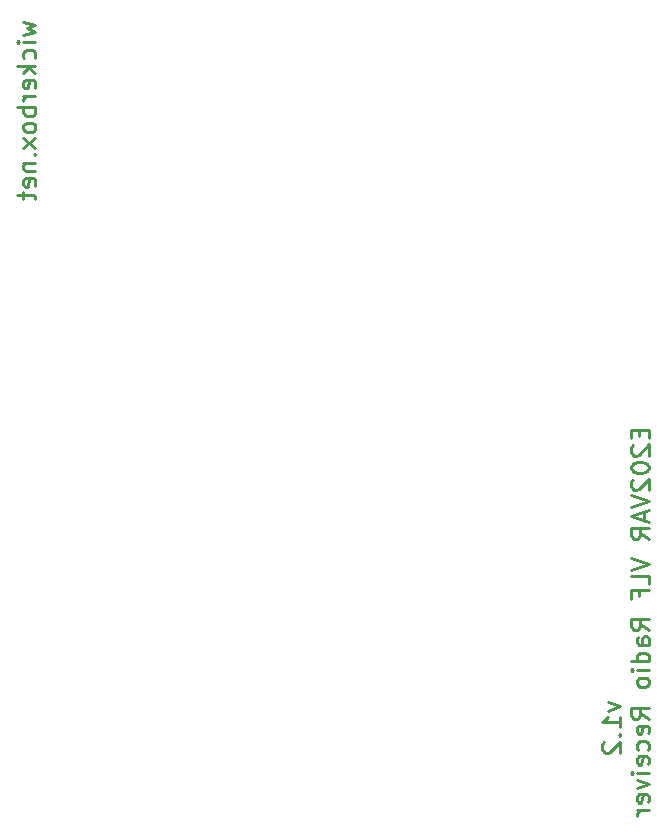
<source format=gbo>
%TF.GenerationSoftware,KiCad,Pcbnew,4.0.4+e1-6308~48~ubuntu16.04.1-stable*%
%TF.CreationDate,2016-12-16T12:07:21-08:00*%
%TF.ProjectId,e202var-vlf-radio-receiver,653230327661722D766C662D72616469,v1.2*%
%TF.FileFunction,Legend,Bot*%
%FSLAX46Y46*%
G04 Gerber Fmt 4.6, Leading zero omitted, Abs format (unit mm)*
G04 Created by KiCad (PCBNEW 4.0.4+e1-6308~48~ubuntu16.04.1-stable) date Fri Dec 16 12:07:21 2016*
%MOMM*%
%LPD*%
G01*
G04 APERTURE LIST*
%ADD10C,0.350000*%
%ADD11C,0.254000*%
G04 APERTURE END LIST*
D10*
D11*
X109274429Y-108566857D02*
X110290429Y-108929714D01*
X109274429Y-109292572D01*
X110290429Y-110671429D02*
X110290429Y-109800572D01*
X110290429Y-110236000D02*
X108766429Y-110236000D01*
X108984143Y-110090857D01*
X109129286Y-109945715D01*
X109201857Y-109800572D01*
X110145286Y-111324572D02*
X110217857Y-111397144D01*
X110290429Y-111324572D01*
X110217857Y-111252001D01*
X110145286Y-111324572D01*
X110290429Y-111324572D01*
X108911571Y-111977715D02*
X108839000Y-112050286D01*
X108766429Y-112195429D01*
X108766429Y-112558286D01*
X108839000Y-112703429D01*
X108911571Y-112776000D01*
X109056714Y-112848572D01*
X109201857Y-112848572D01*
X109419571Y-112776000D01*
X110290429Y-111905143D01*
X110290429Y-112848572D01*
X59744429Y-50945143D02*
X60760429Y-51235429D01*
X60034714Y-51525715D01*
X60760429Y-51816000D01*
X59744429Y-52106286D01*
X60760429Y-52686857D02*
X59744429Y-52686857D01*
X59236429Y-52686857D02*
X59309000Y-52614286D01*
X59381571Y-52686857D01*
X59309000Y-52759429D01*
X59236429Y-52686857D01*
X59381571Y-52686857D01*
X60687857Y-54065714D02*
X60760429Y-53920571D01*
X60760429Y-53630285D01*
X60687857Y-53485143D01*
X60615286Y-53412571D01*
X60470143Y-53340000D01*
X60034714Y-53340000D01*
X59889571Y-53412571D01*
X59817000Y-53485143D01*
X59744429Y-53630285D01*
X59744429Y-53920571D01*
X59817000Y-54065714D01*
X60760429Y-54718857D02*
X59236429Y-54718857D01*
X60179857Y-54864000D02*
X60760429Y-55299429D01*
X59744429Y-55299429D02*
X60325000Y-54718857D01*
X60687857Y-56533143D02*
X60760429Y-56388000D01*
X60760429Y-56097714D01*
X60687857Y-55952571D01*
X60542714Y-55880000D01*
X59962143Y-55880000D01*
X59817000Y-55952571D01*
X59744429Y-56097714D01*
X59744429Y-56388000D01*
X59817000Y-56533143D01*
X59962143Y-56605714D01*
X60107286Y-56605714D01*
X60252429Y-55880000D01*
X60760429Y-57258857D02*
X59744429Y-57258857D01*
X60034714Y-57258857D02*
X59889571Y-57331429D01*
X59817000Y-57404000D01*
X59744429Y-57549143D01*
X59744429Y-57694286D01*
X60760429Y-58202286D02*
X59236429Y-58202286D01*
X59817000Y-58202286D02*
X59744429Y-58347429D01*
X59744429Y-58637715D01*
X59817000Y-58782858D01*
X59889571Y-58855429D01*
X60034714Y-58928000D01*
X60470143Y-58928000D01*
X60615286Y-58855429D01*
X60687857Y-58782858D01*
X60760429Y-58637715D01*
X60760429Y-58347429D01*
X60687857Y-58202286D01*
X60760429Y-59798857D02*
X60687857Y-59653715D01*
X60615286Y-59581143D01*
X60470143Y-59508572D01*
X60034714Y-59508572D01*
X59889571Y-59581143D01*
X59817000Y-59653715D01*
X59744429Y-59798857D01*
X59744429Y-60016572D01*
X59817000Y-60161715D01*
X59889571Y-60234286D01*
X60034714Y-60306857D01*
X60470143Y-60306857D01*
X60615286Y-60234286D01*
X60687857Y-60161715D01*
X60760429Y-60016572D01*
X60760429Y-59798857D01*
X60760429Y-60814857D02*
X59744429Y-61613143D01*
X59744429Y-60814857D02*
X60760429Y-61613143D01*
X60615286Y-62193714D02*
X60687857Y-62266286D01*
X60760429Y-62193714D01*
X60687857Y-62121143D01*
X60615286Y-62193714D01*
X60760429Y-62193714D01*
X59744429Y-62919428D02*
X60760429Y-62919428D01*
X59889571Y-62919428D02*
X59817000Y-62992000D01*
X59744429Y-63137142D01*
X59744429Y-63354857D01*
X59817000Y-63500000D01*
X59962143Y-63572571D01*
X60760429Y-63572571D01*
X60687857Y-64878857D02*
X60760429Y-64733714D01*
X60760429Y-64443428D01*
X60687857Y-64298285D01*
X60542714Y-64225714D01*
X59962143Y-64225714D01*
X59817000Y-64298285D01*
X59744429Y-64443428D01*
X59744429Y-64733714D01*
X59817000Y-64878857D01*
X59962143Y-64951428D01*
X60107286Y-64951428D01*
X60252429Y-64225714D01*
X59744429Y-65386857D02*
X59744429Y-65967428D01*
X59236429Y-65604571D02*
X60542714Y-65604571D01*
X60687857Y-65677143D01*
X60760429Y-65822285D01*
X60760429Y-65967428D01*
X111905143Y-85507284D02*
X111905143Y-86015284D01*
X112703429Y-86232998D02*
X112703429Y-85507284D01*
X111179429Y-85507284D01*
X111179429Y-86232998D01*
X111324571Y-86813570D02*
X111252000Y-86886141D01*
X111179429Y-87031284D01*
X111179429Y-87394141D01*
X111252000Y-87539284D01*
X111324571Y-87611855D01*
X111469714Y-87684427D01*
X111614857Y-87684427D01*
X111832571Y-87611855D01*
X112703429Y-86740998D01*
X112703429Y-87684427D01*
X111179429Y-88627856D02*
X111179429Y-88772999D01*
X111252000Y-88918142D01*
X111324571Y-88990713D01*
X111469714Y-89063284D01*
X111760000Y-89135856D01*
X112122857Y-89135856D01*
X112413143Y-89063284D01*
X112558286Y-88990713D01*
X112630857Y-88918142D01*
X112703429Y-88772999D01*
X112703429Y-88627856D01*
X112630857Y-88482713D01*
X112558286Y-88410142D01*
X112413143Y-88337570D01*
X112122857Y-88264999D01*
X111760000Y-88264999D01*
X111469714Y-88337570D01*
X111324571Y-88410142D01*
X111252000Y-88482713D01*
X111179429Y-88627856D01*
X111324571Y-89716428D02*
X111252000Y-89788999D01*
X111179429Y-89934142D01*
X111179429Y-90296999D01*
X111252000Y-90442142D01*
X111324571Y-90514713D01*
X111469714Y-90587285D01*
X111614857Y-90587285D01*
X111832571Y-90514713D01*
X112703429Y-89643856D01*
X112703429Y-90587285D01*
X111179429Y-91022714D02*
X112703429Y-91530714D01*
X111179429Y-92038714D01*
X112268000Y-92474143D02*
X112268000Y-93199857D01*
X112703429Y-92329000D02*
X111179429Y-92837000D01*
X112703429Y-93345000D01*
X112703429Y-94723857D02*
X111977714Y-94215857D01*
X112703429Y-93853000D02*
X111179429Y-93853000D01*
X111179429Y-94433572D01*
X111252000Y-94578714D01*
X111324571Y-94651286D01*
X111469714Y-94723857D01*
X111687429Y-94723857D01*
X111832571Y-94651286D01*
X111905143Y-94578714D01*
X111977714Y-94433572D01*
X111977714Y-93853000D01*
X111179429Y-96320429D02*
X112703429Y-96828429D01*
X111179429Y-97336429D01*
X112703429Y-98570143D02*
X112703429Y-97844429D01*
X111179429Y-97844429D01*
X111905143Y-99586143D02*
X111905143Y-99078143D01*
X112703429Y-99078143D02*
X111179429Y-99078143D01*
X111179429Y-99803857D01*
X112703429Y-102416429D02*
X111977714Y-101908429D01*
X112703429Y-101545572D02*
X111179429Y-101545572D01*
X111179429Y-102126144D01*
X111252000Y-102271286D01*
X111324571Y-102343858D01*
X111469714Y-102416429D01*
X111687429Y-102416429D01*
X111832571Y-102343858D01*
X111905143Y-102271286D01*
X111977714Y-102126144D01*
X111977714Y-101545572D01*
X112703429Y-103722715D02*
X111905143Y-103722715D01*
X111760000Y-103650144D01*
X111687429Y-103505001D01*
X111687429Y-103214715D01*
X111760000Y-103069572D01*
X112630857Y-103722715D02*
X112703429Y-103577572D01*
X112703429Y-103214715D01*
X112630857Y-103069572D01*
X112485714Y-102997001D01*
X112340571Y-102997001D01*
X112195429Y-103069572D01*
X112122857Y-103214715D01*
X112122857Y-103577572D01*
X112050286Y-103722715D01*
X112703429Y-105101572D02*
X111179429Y-105101572D01*
X112630857Y-105101572D02*
X112703429Y-104956429D01*
X112703429Y-104666143D01*
X112630857Y-104521001D01*
X112558286Y-104448429D01*
X112413143Y-104375858D01*
X111977714Y-104375858D01*
X111832571Y-104448429D01*
X111760000Y-104521001D01*
X111687429Y-104666143D01*
X111687429Y-104956429D01*
X111760000Y-105101572D01*
X112703429Y-105827286D02*
X111687429Y-105827286D01*
X111179429Y-105827286D02*
X111252000Y-105754715D01*
X111324571Y-105827286D01*
X111252000Y-105899858D01*
X111179429Y-105827286D01*
X111324571Y-105827286D01*
X112703429Y-106770714D02*
X112630857Y-106625572D01*
X112558286Y-106553000D01*
X112413143Y-106480429D01*
X111977714Y-106480429D01*
X111832571Y-106553000D01*
X111760000Y-106625572D01*
X111687429Y-106770714D01*
X111687429Y-106988429D01*
X111760000Y-107133572D01*
X111832571Y-107206143D01*
X111977714Y-107278714D01*
X112413143Y-107278714D01*
X112558286Y-107206143D01*
X112630857Y-107133572D01*
X112703429Y-106988429D01*
X112703429Y-106770714D01*
X112703429Y-109963857D02*
X111977714Y-109455857D01*
X112703429Y-109093000D02*
X111179429Y-109093000D01*
X111179429Y-109673572D01*
X111252000Y-109818714D01*
X111324571Y-109891286D01*
X111469714Y-109963857D01*
X111687429Y-109963857D01*
X111832571Y-109891286D01*
X111905143Y-109818714D01*
X111977714Y-109673572D01*
X111977714Y-109093000D01*
X112630857Y-111197572D02*
X112703429Y-111052429D01*
X112703429Y-110762143D01*
X112630857Y-110617000D01*
X112485714Y-110544429D01*
X111905143Y-110544429D01*
X111760000Y-110617000D01*
X111687429Y-110762143D01*
X111687429Y-111052429D01*
X111760000Y-111197572D01*
X111905143Y-111270143D01*
X112050286Y-111270143D01*
X112195429Y-110544429D01*
X112630857Y-112576429D02*
X112703429Y-112431286D01*
X112703429Y-112141000D01*
X112630857Y-111995858D01*
X112558286Y-111923286D01*
X112413143Y-111850715D01*
X111977714Y-111850715D01*
X111832571Y-111923286D01*
X111760000Y-111995858D01*
X111687429Y-112141000D01*
X111687429Y-112431286D01*
X111760000Y-112576429D01*
X112630857Y-113810144D02*
X112703429Y-113665001D01*
X112703429Y-113374715D01*
X112630857Y-113229572D01*
X112485714Y-113157001D01*
X111905143Y-113157001D01*
X111760000Y-113229572D01*
X111687429Y-113374715D01*
X111687429Y-113665001D01*
X111760000Y-113810144D01*
X111905143Y-113882715D01*
X112050286Y-113882715D01*
X112195429Y-113157001D01*
X112703429Y-114535858D02*
X111687429Y-114535858D01*
X111179429Y-114535858D02*
X111252000Y-114463287D01*
X111324571Y-114535858D01*
X111252000Y-114608430D01*
X111179429Y-114535858D01*
X111324571Y-114535858D01*
X111687429Y-115116429D02*
X112703429Y-115479286D01*
X111687429Y-115842144D01*
X112630857Y-117003287D02*
X112703429Y-116858144D01*
X112703429Y-116567858D01*
X112630857Y-116422715D01*
X112485714Y-116350144D01*
X111905143Y-116350144D01*
X111760000Y-116422715D01*
X111687429Y-116567858D01*
X111687429Y-116858144D01*
X111760000Y-117003287D01*
X111905143Y-117075858D01*
X112050286Y-117075858D01*
X112195429Y-116350144D01*
X112703429Y-117729001D02*
X111687429Y-117729001D01*
X111977714Y-117729001D02*
X111832571Y-117801573D01*
X111760000Y-117874144D01*
X111687429Y-118019287D01*
X111687429Y-118164430D01*
M02*

</source>
